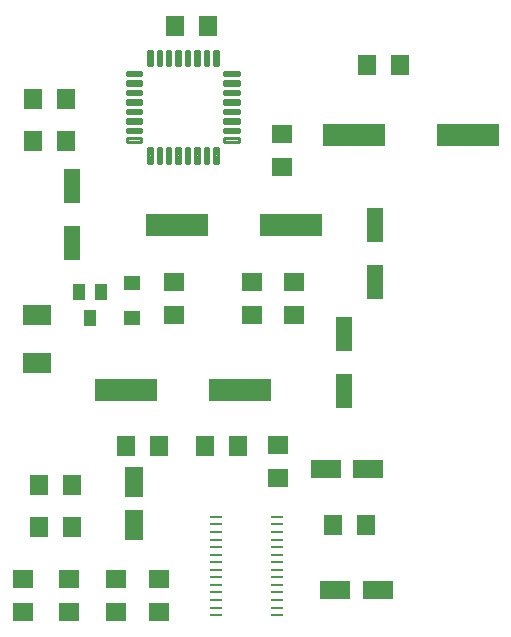
<source format=gbr>
G04 EAGLE Gerber RS-274X export*
G75*
%MOMM*%
%FSLAX34Y34*%
%LPD*%
%INSolderpaste Top*%
%IPPOS*%
%AMOC8*
5,1,8,0,0,1.08239X$1,22.5*%
G01*
%ADD10R,1.050000X0.250000*%
%ADD11R,5.334000X1.930400*%
%ADD12R,1.600000X1.800000*%
%ADD13R,1.800000X1.600000*%
%ADD14R,1.400000X3.000000*%
%ADD15R,2.400000X1.800000*%
%ADD16R,1.000000X1.400000*%
%ADD17R,1.400000X1.200000*%
%ADD18C,0.279300*%
%ADD19R,1.600000X2.600000*%
%ADD20R,2.600000X1.600000*%


D10*
X272190Y31540D03*
X272190Y37940D03*
X272190Y44340D03*
X272190Y50740D03*
X272190Y57140D03*
X272190Y63540D03*
X272190Y69940D03*
X272190Y76340D03*
X272190Y82740D03*
X272190Y89140D03*
X272190Y95540D03*
X272190Y101940D03*
X272190Y108340D03*
X272190Y114740D03*
X323390Y31540D03*
X323390Y37940D03*
X323390Y44340D03*
X323390Y50740D03*
X323390Y57140D03*
X323390Y63540D03*
X323390Y69940D03*
X323390Y76340D03*
X323390Y82740D03*
X323390Y89140D03*
X323390Y95540D03*
X323390Y101940D03*
X323390Y108340D03*
X323390Y114740D03*
D11*
X195860Y221880D03*
X292380Y221880D03*
D12*
X149840Y105800D03*
X121840Y105800D03*
X263140Y174890D03*
X291140Y174890D03*
X223830Y174890D03*
X195830Y174890D03*
X121840Y141360D03*
X149840Y141360D03*
D13*
X324890Y175250D03*
X324890Y147250D03*
X108560Y61860D03*
X108560Y33860D03*
X187300Y61860D03*
X187300Y33860D03*
X147930Y33860D03*
X147930Y61860D03*
D12*
X371420Y108090D03*
X399420Y108090D03*
D13*
X224130Y33860D03*
X224130Y61860D03*
D14*
X406680Y313450D03*
X406680Y361450D03*
D15*
X120930Y285310D03*
X120930Y244810D03*
D14*
X150140Y394470D03*
X150140Y346470D03*
D16*
X165380Y283270D03*
X155880Y305270D03*
X174880Y305270D03*
D17*
X200940Y283080D03*
X200940Y313080D03*
D13*
X236500Y313350D03*
X236500Y285350D03*
D18*
X214666Y414506D02*
X214666Y426714D01*
X217574Y426714D01*
X217574Y414506D01*
X214666Y414506D01*
X214666Y417159D02*
X217574Y417159D01*
X217574Y419812D02*
X214666Y419812D01*
X214666Y422465D02*
X217574Y422465D01*
X217574Y425118D02*
X214666Y425118D01*
X222666Y426714D02*
X222666Y414506D01*
X222666Y426714D02*
X225574Y426714D01*
X225574Y414506D01*
X222666Y414506D01*
X222666Y417159D02*
X225574Y417159D01*
X225574Y419812D02*
X222666Y419812D01*
X222666Y422465D02*
X225574Y422465D01*
X225574Y425118D02*
X222666Y425118D01*
X230666Y426714D02*
X230666Y414506D01*
X230666Y426714D02*
X233574Y426714D01*
X233574Y414506D01*
X230666Y414506D01*
X230666Y417159D02*
X233574Y417159D01*
X233574Y419812D02*
X230666Y419812D01*
X230666Y422465D02*
X233574Y422465D01*
X233574Y425118D02*
X230666Y425118D01*
X238666Y426714D02*
X238666Y414506D01*
X238666Y426714D02*
X241574Y426714D01*
X241574Y414506D01*
X238666Y414506D01*
X238666Y417159D02*
X241574Y417159D01*
X241574Y419812D02*
X238666Y419812D01*
X238666Y422465D02*
X241574Y422465D01*
X241574Y425118D02*
X238666Y425118D01*
X246666Y426714D02*
X246666Y414506D01*
X246666Y426714D02*
X249574Y426714D01*
X249574Y414506D01*
X246666Y414506D01*
X246666Y417159D02*
X249574Y417159D01*
X249574Y419812D02*
X246666Y419812D01*
X246666Y422465D02*
X249574Y422465D01*
X249574Y425118D02*
X246666Y425118D01*
X254666Y426714D02*
X254666Y414506D01*
X254666Y426714D02*
X257574Y426714D01*
X257574Y414506D01*
X254666Y414506D01*
X254666Y417159D02*
X257574Y417159D01*
X257574Y419812D02*
X254666Y419812D01*
X254666Y422465D02*
X257574Y422465D01*
X257574Y425118D02*
X254666Y425118D01*
X262666Y426714D02*
X262666Y414506D01*
X262666Y426714D02*
X265574Y426714D01*
X265574Y414506D01*
X262666Y414506D01*
X262666Y417159D02*
X265574Y417159D01*
X265574Y419812D02*
X262666Y419812D01*
X262666Y422465D02*
X265574Y422465D01*
X265574Y425118D02*
X262666Y425118D01*
X270666Y426714D02*
X270666Y414506D01*
X270666Y426714D02*
X273574Y426714D01*
X273574Y414506D01*
X270666Y414506D01*
X270666Y417159D02*
X273574Y417159D01*
X273574Y419812D02*
X270666Y419812D01*
X270666Y422465D02*
X273574Y422465D01*
X273574Y425118D02*
X270666Y425118D01*
X279316Y432456D02*
X291524Y432456D01*
X279316Y432456D02*
X279316Y435364D01*
X291524Y435364D01*
X291524Y432456D01*
X291524Y435109D02*
X279316Y435109D01*
X279316Y440456D02*
X291524Y440456D01*
X279316Y440456D02*
X279316Y443364D01*
X291524Y443364D01*
X291524Y440456D01*
X291524Y443109D02*
X279316Y443109D01*
X279316Y448456D02*
X291524Y448456D01*
X279316Y448456D02*
X279316Y451364D01*
X291524Y451364D01*
X291524Y448456D01*
X291524Y451109D02*
X279316Y451109D01*
X279316Y456456D02*
X291524Y456456D01*
X279316Y456456D02*
X279316Y459364D01*
X291524Y459364D01*
X291524Y456456D01*
X291524Y459109D02*
X279316Y459109D01*
X279316Y464456D02*
X291524Y464456D01*
X279316Y464456D02*
X279316Y467364D01*
X291524Y467364D01*
X291524Y464456D01*
X291524Y467109D02*
X279316Y467109D01*
X279316Y472456D02*
X291524Y472456D01*
X279316Y472456D02*
X279316Y475364D01*
X291524Y475364D01*
X291524Y472456D01*
X291524Y475109D02*
X279316Y475109D01*
X279316Y480456D02*
X291524Y480456D01*
X279316Y480456D02*
X279316Y483364D01*
X291524Y483364D01*
X291524Y480456D01*
X291524Y483109D02*
X279316Y483109D01*
X279316Y488456D02*
X291524Y488456D01*
X279316Y488456D02*
X279316Y491364D01*
X291524Y491364D01*
X291524Y488456D01*
X291524Y491109D02*
X279316Y491109D01*
X273574Y497106D02*
X273574Y509314D01*
X273574Y497106D02*
X270666Y497106D01*
X270666Y509314D01*
X273574Y509314D01*
X273574Y499759D02*
X270666Y499759D01*
X270666Y502412D02*
X273574Y502412D01*
X273574Y505065D02*
X270666Y505065D01*
X270666Y507718D02*
X273574Y507718D01*
X265574Y509314D02*
X265574Y497106D01*
X262666Y497106D01*
X262666Y509314D01*
X265574Y509314D01*
X265574Y499759D02*
X262666Y499759D01*
X262666Y502412D02*
X265574Y502412D01*
X265574Y505065D02*
X262666Y505065D01*
X262666Y507718D02*
X265574Y507718D01*
X257574Y509314D02*
X257574Y497106D01*
X254666Y497106D01*
X254666Y509314D01*
X257574Y509314D01*
X257574Y499759D02*
X254666Y499759D01*
X254666Y502412D02*
X257574Y502412D01*
X257574Y505065D02*
X254666Y505065D01*
X254666Y507718D02*
X257574Y507718D01*
X249574Y509314D02*
X249574Y497106D01*
X246666Y497106D01*
X246666Y509314D01*
X249574Y509314D01*
X249574Y499759D02*
X246666Y499759D01*
X246666Y502412D02*
X249574Y502412D01*
X249574Y505065D02*
X246666Y505065D01*
X246666Y507718D02*
X249574Y507718D01*
X241574Y509314D02*
X241574Y497106D01*
X238666Y497106D01*
X238666Y509314D01*
X241574Y509314D01*
X241574Y499759D02*
X238666Y499759D01*
X238666Y502412D02*
X241574Y502412D01*
X241574Y505065D02*
X238666Y505065D01*
X238666Y507718D02*
X241574Y507718D01*
X233574Y509314D02*
X233574Y497106D01*
X230666Y497106D01*
X230666Y509314D01*
X233574Y509314D01*
X233574Y499759D02*
X230666Y499759D01*
X230666Y502412D02*
X233574Y502412D01*
X233574Y505065D02*
X230666Y505065D01*
X230666Y507718D02*
X233574Y507718D01*
X225574Y509314D02*
X225574Y497106D01*
X222666Y497106D01*
X222666Y509314D01*
X225574Y509314D01*
X225574Y499759D02*
X222666Y499759D01*
X222666Y502412D02*
X225574Y502412D01*
X225574Y505065D02*
X222666Y505065D01*
X222666Y507718D02*
X225574Y507718D01*
X217574Y509314D02*
X217574Y497106D01*
X214666Y497106D01*
X214666Y509314D01*
X217574Y509314D01*
X217574Y499759D02*
X214666Y499759D01*
X214666Y502412D02*
X217574Y502412D01*
X217574Y505065D02*
X214666Y505065D01*
X214666Y507718D02*
X217574Y507718D01*
X208924Y491364D02*
X196716Y491364D01*
X208924Y491364D02*
X208924Y488456D01*
X196716Y488456D01*
X196716Y491364D01*
X196716Y491109D02*
X208924Y491109D01*
X208924Y483364D02*
X196716Y483364D01*
X208924Y483364D02*
X208924Y480456D01*
X196716Y480456D01*
X196716Y483364D01*
X196716Y483109D02*
X208924Y483109D01*
X208924Y475364D02*
X196716Y475364D01*
X208924Y475364D02*
X208924Y472456D01*
X196716Y472456D01*
X196716Y475364D01*
X196716Y475109D02*
X208924Y475109D01*
X208924Y467364D02*
X196716Y467364D01*
X208924Y467364D02*
X208924Y464456D01*
X196716Y464456D01*
X196716Y467364D01*
X196716Y467109D02*
X208924Y467109D01*
X208924Y459364D02*
X196716Y459364D01*
X208924Y459364D02*
X208924Y456456D01*
X196716Y456456D01*
X196716Y459364D01*
X196716Y459109D02*
X208924Y459109D01*
X208924Y451364D02*
X196716Y451364D01*
X208924Y451364D02*
X208924Y448456D01*
X196716Y448456D01*
X196716Y451364D01*
X196716Y451109D02*
X208924Y451109D01*
X208924Y443364D02*
X196716Y443364D01*
X208924Y443364D02*
X208924Y440456D01*
X196716Y440456D01*
X196716Y443364D01*
X196716Y443109D02*
X208924Y443109D01*
X208924Y435364D02*
X196716Y435364D01*
X208924Y435364D02*
X208924Y432456D01*
X196716Y432456D01*
X196716Y435364D01*
X196716Y435109D02*
X208924Y435109D01*
D11*
X485420Y437780D03*
X388900Y437780D03*
D13*
X327940Y439080D03*
X327940Y411080D03*
D12*
X428300Y497470D03*
X400300Y497470D03*
X237740Y530490D03*
X265740Y530490D03*
X117090Y468260D03*
X145090Y468260D03*
X145090Y432700D03*
X117090Y432700D03*
D11*
X239040Y361580D03*
X335560Y361580D03*
D13*
X338100Y285350D03*
X338100Y313350D03*
X302540Y285350D03*
X302540Y313350D03*
D14*
X380520Y269680D03*
X380520Y221680D03*
D19*
X203000Y144000D03*
X203000Y108000D03*
D20*
X409000Y53000D03*
X373000Y53000D03*
X401000Y155000D03*
X365000Y155000D03*
M02*

</source>
